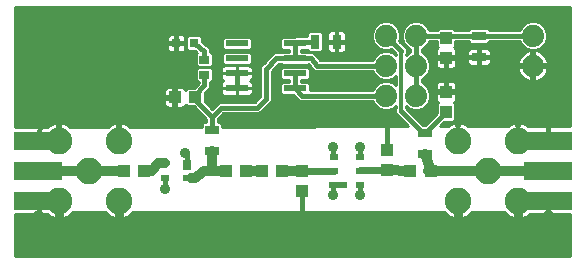
<source format=gtl>
G75*
%MOIN*%
%OFA0B0*%
%FSLAX24Y24*%
%IPPOS*%
%LPD*%
%AMOC8*
5,1,8,0,0,1.08239X$1,22.5*
%
%ADD10R,0.0780X0.0220*%
%ADD11R,0.1600X0.0600*%
%ADD12R,0.0433X0.0394*%
%ADD13R,0.0472X0.0315*%
%ADD14R,0.0394X0.0433*%
%ADD15R,0.0315X0.0472*%
%ADD16R,0.0315X0.0354*%
%ADD17R,0.0315X0.0236*%
%ADD18C,0.0740*%
%ADD19C,0.0886*%
%ADD20R,0.0354X0.0276*%
%ADD21R,0.0315X0.0315*%
%ADD22R,0.0591X0.0236*%
%ADD23R,0.0295X0.0236*%
%ADD24C,0.0320*%
%ADD25C,0.0160*%
%ADD26C,0.0100*%
%ADD27C,0.0356*%
%ADD28C,0.0120*%
%ADD29C,0.0240*%
D10*
X007710Y005930D03*
X007710Y006430D03*
X007710Y006930D03*
X007710Y007430D03*
X009650Y007430D03*
X009650Y006930D03*
X009650Y006430D03*
X009650Y005930D03*
D11*
X018080Y004180D03*
X018080Y003180D03*
X018080Y002180D03*
X001080Y002180D03*
X001080Y003180D03*
X001080Y004180D03*
D12*
X003945Y003180D03*
X004615Y003180D03*
X007345Y003180D03*
X008015Y003180D03*
X008545Y003180D03*
X009215Y003180D03*
X013495Y003180D03*
X014165Y003180D03*
X006315Y005630D03*
X005645Y005630D03*
D13*
X006880Y004534D03*
X006880Y003826D03*
X013980Y003726D03*
X013980Y004434D03*
X015780Y006976D03*
X015780Y007684D03*
D14*
X014680Y007615D03*
X014680Y006945D03*
X014680Y005815D03*
X014680Y005145D03*
X012730Y003865D03*
X012730Y003195D03*
X009880Y003165D03*
X009880Y002495D03*
D15*
X010326Y007480D03*
X011034Y007480D03*
D16*
X006034Y003377D03*
D17*
X005326Y003436D03*
X005326Y002924D03*
X006034Y002924D03*
D18*
X012680Y005680D03*
X013680Y005680D03*
X013680Y006680D03*
X012680Y006680D03*
X012680Y007680D03*
X013680Y007680D03*
X017580Y007680D03*
X017580Y006680D03*
D19*
X017080Y004180D03*
X016080Y003180D03*
X015080Y002180D03*
X017080Y002180D03*
X015080Y004180D03*
X003780Y004180D03*
X001780Y004180D03*
X002780Y003180D03*
X001780Y002180D03*
X003780Y002180D03*
D20*
X006630Y006374D03*
X006630Y006886D03*
D21*
X006275Y007430D03*
X005685Y007430D03*
D22*
X011085Y002708D03*
D23*
X011823Y002708D03*
X011823Y003180D03*
X010937Y003180D03*
X010937Y003652D03*
X011823Y003652D03*
D24*
X012730Y003195D02*
X013495Y003180D01*
X014080Y003180D02*
X016080Y003180D01*
X018080Y003180D01*
X014165Y003180D02*
X013980Y003726D01*
X009880Y003180D02*
X009215Y003180D01*
X008545Y003180D02*
X008015Y003180D01*
X007345Y003180D02*
X006880Y003180D01*
X006880Y003826D01*
X006880Y003180D02*
X006630Y003180D01*
X006330Y002930D01*
X006184Y002930D01*
X005326Y003436D02*
X005080Y003436D01*
X004880Y003180D01*
X004615Y003180D01*
X003945Y003180D02*
X002780Y003180D01*
X001080Y003180D01*
D25*
X000360Y001700D02*
X000360Y000360D01*
X018770Y000360D01*
X018770Y001700D01*
X018150Y001700D01*
X018150Y001780D01*
X018010Y001780D01*
X018010Y001700D01*
X017479Y001700D01*
X017406Y001647D01*
X017319Y001603D01*
X017226Y001572D01*
X017148Y001560D01*
X017148Y001758D01*
X017136Y001769D01*
X017130Y001780D01*
X017012Y001780D01*
X017012Y001560D01*
X016934Y001572D01*
X016841Y001603D01*
X016754Y001647D01*
X016674Y001705D01*
X016605Y001774D01*
X016601Y001780D01*
X015559Y001780D01*
X015555Y001774D01*
X015486Y001705D01*
X015406Y001647D01*
X015319Y001603D01*
X015226Y001572D01*
X015148Y001560D01*
X015148Y001780D01*
X015012Y001780D01*
X015012Y001560D01*
X014934Y001572D01*
X014841Y001603D01*
X014754Y001647D01*
X014674Y001705D01*
X014605Y001774D01*
X014601Y001780D01*
X004259Y001780D01*
X004255Y001774D01*
X004186Y001705D01*
X004106Y001647D01*
X004019Y001603D01*
X003926Y001572D01*
X003848Y001560D01*
X003848Y001780D01*
X003712Y001780D01*
X003712Y001560D01*
X003634Y001572D01*
X003541Y001603D01*
X003454Y001647D01*
X003374Y001705D01*
X003305Y001774D01*
X003301Y001780D01*
X002259Y001780D01*
X002255Y001774D01*
X002186Y001705D01*
X002106Y001647D01*
X002019Y001603D01*
X001926Y001572D01*
X001848Y001560D01*
X001848Y001700D01*
X001712Y001700D01*
X001712Y001560D01*
X001634Y001572D01*
X001541Y001603D01*
X001454Y001647D01*
X001381Y001700D01*
X001150Y001700D01*
X001150Y001780D01*
X001010Y001780D01*
X001010Y001700D01*
X000360Y001700D01*
X000360Y001607D02*
X001533Y001607D01*
X001712Y001607D02*
X001848Y001607D01*
X002027Y001607D02*
X003533Y001607D01*
X003712Y001607D02*
X003848Y001607D01*
X004027Y001607D02*
X014833Y001607D01*
X015012Y001607D02*
X015148Y001607D01*
X015327Y001607D02*
X016833Y001607D01*
X017012Y001607D02*
X017148Y001607D01*
X017327Y001607D02*
X018770Y001607D01*
X018770Y001448D02*
X000360Y001448D01*
X000360Y001290D02*
X018770Y001290D01*
X018770Y001131D02*
X000360Y001131D01*
X000360Y000973D02*
X018770Y000973D01*
X018770Y000814D02*
X000360Y000814D01*
X000360Y000656D02*
X018770Y000656D01*
X018770Y000497D02*
X000360Y000497D01*
X001180Y001030D02*
X001080Y002180D01*
X001010Y001765D02*
X001150Y001765D01*
X002246Y001765D02*
X003314Y001765D01*
X003712Y001765D02*
X003848Y001765D01*
X004246Y001765D02*
X014614Y001765D01*
X015012Y001765D02*
X015148Y001765D01*
X015546Y001765D02*
X016614Y001765D01*
X017012Y001765D02*
X017140Y001765D01*
X018010Y001765D02*
X018150Y001765D01*
X018080Y002180D02*
X018080Y001080D01*
X014165Y003180D02*
X014080Y003180D01*
X012730Y003865D02*
X012730Y004880D01*
X013180Y005180D02*
X013926Y004434D01*
X013980Y004434D01*
X013980Y004445D01*
X014680Y005145D01*
X013680Y005680D02*
X013680Y006680D01*
X013680Y007680D01*
X014680Y007680D01*
X014680Y007615D01*
X014680Y007680D02*
X015780Y007684D01*
X014680Y007680D02*
X017580Y007680D01*
X017580Y006680D02*
X018080Y006695D01*
X018080Y004180D01*
X012680Y005680D02*
X009880Y005680D01*
X009650Y005930D01*
X009650Y006430D01*
X010180Y006930D02*
X010380Y006680D01*
X012680Y006680D01*
X013180Y007180D02*
X012680Y007680D01*
X010326Y007480D02*
X009730Y007480D01*
X009730Y007430D01*
X009650Y007430D01*
X009650Y006930D01*
X009030Y006930D01*
X008680Y006580D01*
X008680Y005580D01*
X008380Y005280D01*
X007180Y005280D01*
X006880Y004980D01*
X006315Y005545D01*
X006315Y005630D01*
X006315Y005715D01*
X006630Y006030D01*
X006630Y006374D01*
X006630Y006886D02*
X006630Y007175D01*
X006275Y007430D01*
X007710Y006430D02*
X007710Y005930D01*
X006880Y004980D02*
X006880Y004534D01*
X006034Y003780D02*
X006034Y003377D01*
X006034Y003780D02*
X005980Y003780D01*
X006034Y002924D02*
X006184Y002930D01*
X005326Y002930D02*
X005330Y002580D01*
X005326Y002924D02*
X005326Y002930D01*
X001080Y004180D02*
X001180Y004930D01*
X009650Y006930D02*
X010180Y006930D01*
X010930Y003980D02*
X010930Y003652D01*
X010937Y003652D01*
X011823Y003652D02*
X011830Y003652D01*
X011830Y003980D01*
X011823Y003195D02*
X011823Y003180D01*
X011823Y002708D02*
X011830Y002708D01*
X011830Y002380D01*
X011085Y002708D02*
X010930Y002708D01*
X010930Y002380D01*
X009880Y002495D02*
X009880Y001480D01*
X009880Y003165D02*
X009880Y003180D01*
D26*
X007226Y004649D02*
X007226Y004737D01*
X007162Y004802D01*
X007070Y004802D01*
X007070Y004901D01*
X007259Y005090D01*
X008459Y005090D01*
X008870Y005501D01*
X008870Y006501D01*
X009109Y006740D01*
X009184Y006740D01*
X009214Y006710D01*
X010086Y006710D01*
X010101Y006725D01*
X010190Y006613D01*
X010190Y006601D01*
X010238Y006553D01*
X010281Y006500D01*
X010293Y006499D01*
X010301Y006490D01*
X010369Y006490D01*
X010437Y006482D01*
X010447Y006490D01*
X012239Y006490D01*
X012273Y006408D01*
X012408Y006273D01*
X012585Y006200D01*
X012775Y006200D01*
X012952Y006273D01*
X013010Y006331D01*
X013010Y006029D01*
X012952Y006087D01*
X012775Y006160D01*
X012585Y006160D01*
X012408Y006087D01*
X012273Y005952D01*
X012239Y005870D01*
X010150Y005870D01*
X010150Y006086D01*
X010086Y006150D01*
X009840Y006150D01*
X009840Y006210D01*
X010086Y006210D01*
X010150Y006274D01*
X010150Y006586D01*
X010086Y006650D01*
X009214Y006650D01*
X009150Y006586D01*
X009150Y006274D01*
X009214Y006210D01*
X009460Y006210D01*
X009460Y006150D01*
X009214Y006150D01*
X009150Y006086D01*
X009150Y005774D01*
X009214Y005710D01*
X009594Y005710D01*
X009690Y005606D01*
X009690Y005601D01*
X009743Y005548D01*
X009793Y005493D01*
X009798Y005493D01*
X009801Y005490D01*
X009876Y005490D01*
X009951Y005487D01*
X009954Y005490D01*
X012239Y005490D01*
X012273Y005408D01*
X012408Y005273D01*
X012585Y005200D01*
X012775Y005200D01*
X012952Y005273D01*
X013010Y005331D01*
X013010Y005279D01*
X012990Y005259D01*
X012990Y005101D01*
X013426Y004665D01*
X007226Y004649D01*
X007226Y004711D02*
X013380Y004711D01*
X013282Y004810D02*
X007070Y004810D01*
X007077Y004908D02*
X013183Y004908D01*
X013085Y005007D02*
X007175Y005007D01*
X006880Y005249D02*
X006641Y005488D01*
X006641Y005772D01*
X006709Y005840D01*
X006820Y005951D01*
X006820Y006126D01*
X006853Y006126D01*
X006917Y006191D01*
X006917Y006557D01*
X006853Y006622D01*
X006407Y006622D01*
X006343Y006557D01*
X006343Y006191D01*
X006407Y006126D01*
X006440Y006126D01*
X006440Y006109D01*
X006268Y005937D01*
X006053Y005937D01*
X006001Y005886D01*
X005982Y005919D01*
X005954Y005947D01*
X005920Y005967D01*
X005882Y005977D01*
X005694Y005977D01*
X005694Y005678D01*
X005597Y005678D01*
X005597Y005582D01*
X005279Y005582D01*
X005279Y005413D01*
X005289Y005375D01*
X005309Y005341D01*
X005337Y005313D01*
X005371Y005293D01*
X005409Y005283D01*
X005597Y005283D01*
X005597Y005582D01*
X005694Y005582D01*
X005694Y005283D01*
X005882Y005283D01*
X005920Y005293D01*
X005954Y005313D01*
X005982Y005341D01*
X006001Y005374D01*
X006053Y005323D01*
X006268Y005323D01*
X006690Y004901D01*
X006690Y004802D01*
X006598Y004802D01*
X006534Y004737D01*
X006534Y004647D01*
X004155Y004641D01*
X004091Y004687D01*
X004008Y004729D01*
X003919Y004758D01*
X003830Y004772D01*
X003830Y004640D01*
X003730Y004639D01*
X003730Y004772D01*
X003641Y004758D01*
X003552Y004729D01*
X003469Y004687D01*
X003402Y004639D01*
X002162Y004635D01*
X002091Y004687D01*
X002008Y004729D01*
X001919Y004758D01*
X001830Y004772D01*
X001830Y004634D01*
X001730Y004634D01*
X001730Y004772D01*
X001641Y004758D01*
X001552Y004729D01*
X001469Y004687D01*
X001395Y004633D01*
X000330Y004630D01*
X000330Y008626D01*
X018800Y008626D01*
X018800Y004680D01*
X017406Y004676D01*
X017391Y004687D01*
X017308Y004729D01*
X017219Y004758D01*
X017130Y004772D01*
X017130Y004675D01*
X017030Y004675D01*
X017030Y004772D01*
X016941Y004758D01*
X016852Y004729D01*
X016769Y004687D01*
X016751Y004674D01*
X015413Y004671D01*
X015391Y004687D01*
X015308Y004729D01*
X015219Y004758D01*
X015130Y004772D01*
X015130Y004670D01*
X015030Y004670D01*
X015030Y004772D01*
X014941Y004758D01*
X014852Y004729D01*
X014769Y004687D01*
X014744Y004669D01*
X014471Y004668D01*
X014622Y004819D01*
X014922Y004819D01*
X014987Y004883D01*
X014987Y005407D01*
X014936Y005459D01*
X014969Y005478D01*
X014997Y005506D01*
X015017Y005540D01*
X015027Y005578D01*
X015027Y005766D01*
X014728Y005766D01*
X014728Y005863D01*
X014632Y005863D01*
X014632Y006181D01*
X014463Y006181D01*
X014425Y006171D01*
X014391Y006151D01*
X014363Y006123D01*
X014343Y006089D01*
X014333Y006051D01*
X014333Y005863D01*
X014632Y005863D01*
X014632Y005766D01*
X014333Y005766D01*
X014333Y005578D01*
X014343Y005540D01*
X014363Y005506D01*
X014391Y005478D01*
X014424Y005459D01*
X014373Y005407D01*
X014373Y005107D01*
X013968Y004702D01*
X013927Y004702D01*
X013350Y005279D01*
X013350Y005331D01*
X013408Y005273D01*
X013585Y005200D01*
X013775Y005200D01*
X013952Y005273D01*
X014087Y005408D01*
X014160Y005585D01*
X014160Y005775D01*
X014087Y005952D01*
X013952Y006087D01*
X013870Y006121D01*
X013870Y006239D01*
X013952Y006273D01*
X014087Y006408D01*
X014160Y006585D01*
X014160Y006775D01*
X014087Y006952D01*
X013952Y007087D01*
X013870Y007121D01*
X013870Y007239D01*
X013952Y007273D01*
X014087Y007408D01*
X014121Y007490D01*
X014373Y007490D01*
X014373Y007353D01*
X014424Y007301D01*
X014391Y007282D01*
X014363Y007254D01*
X014343Y007220D01*
X014333Y007182D01*
X014333Y006994D01*
X014632Y006994D01*
X014632Y006897D01*
X014728Y006897D01*
X014728Y006579D01*
X014897Y006579D01*
X014935Y006589D01*
X014969Y006609D01*
X014997Y006637D01*
X015017Y006671D01*
X015027Y006709D01*
X015027Y006897D01*
X014728Y006897D01*
X014728Y006994D01*
X015027Y006994D01*
X015027Y007182D01*
X015017Y007220D01*
X014997Y007254D01*
X014969Y007282D01*
X014936Y007301D01*
X014987Y007353D01*
X014987Y007490D01*
X015434Y007490D01*
X015434Y007481D01*
X015498Y007417D01*
X016062Y007417D01*
X016126Y007481D01*
X016126Y007490D01*
X017139Y007490D01*
X017173Y007408D01*
X017308Y007273D01*
X017485Y007200D01*
X017675Y007200D01*
X017852Y007273D01*
X017987Y007408D01*
X018060Y007585D01*
X018060Y007775D01*
X017987Y007952D01*
X017852Y008087D01*
X017675Y008160D01*
X017485Y008160D01*
X017308Y008087D01*
X017173Y007952D01*
X017139Y007870D01*
X016126Y007870D01*
X016126Y007887D01*
X016062Y007952D01*
X015498Y007952D01*
X015434Y007887D01*
X015434Y007873D01*
X014987Y007871D01*
X014987Y007877D01*
X014922Y007941D01*
X014438Y007941D01*
X014373Y007877D01*
X014373Y007870D01*
X014121Y007870D01*
X014087Y007952D01*
X013952Y008087D01*
X013775Y008160D01*
X013585Y008160D01*
X013408Y008087D01*
X013273Y007952D01*
X013200Y007775D01*
X013200Y007585D01*
X013273Y007408D01*
X013408Y007273D01*
X013490Y007239D01*
X013490Y007121D01*
X013408Y007087D01*
X013350Y007029D01*
X013350Y007081D01*
X013370Y007101D01*
X013370Y007259D01*
X013126Y007503D01*
X013160Y007585D01*
X013160Y007775D01*
X013087Y007952D01*
X012952Y008087D01*
X012775Y008160D01*
X012585Y008160D01*
X012408Y008087D01*
X012273Y007952D01*
X012200Y007775D01*
X012200Y007585D01*
X012273Y007408D01*
X012408Y007273D01*
X012585Y007200D01*
X012775Y007200D01*
X012857Y007234D01*
X013010Y007081D01*
X013010Y007029D01*
X012952Y007087D01*
X012775Y007160D01*
X012585Y007160D01*
X012408Y007087D01*
X012273Y006952D01*
X012239Y006870D01*
X010471Y006870D01*
X010370Y006997D01*
X010370Y007009D01*
X010322Y007057D01*
X010279Y007110D01*
X010267Y007111D01*
X010259Y007120D01*
X010191Y007120D01*
X010123Y007128D01*
X010115Y007121D01*
X010086Y007150D01*
X009840Y007150D01*
X009840Y007210D01*
X010058Y007210D01*
X010058Y007198D01*
X010123Y007134D01*
X010529Y007134D01*
X010593Y007198D01*
X010593Y007762D01*
X010529Y007826D01*
X010123Y007826D01*
X010058Y007762D01*
X010058Y007670D01*
X009651Y007670D01*
X009631Y007650D01*
X009214Y007650D01*
X009150Y007586D01*
X009150Y007274D01*
X009214Y007210D01*
X009460Y007210D01*
X009460Y007150D01*
X009214Y007150D01*
X009184Y007120D01*
X008951Y007120D01*
X008601Y006770D01*
X008490Y006659D01*
X008490Y005659D01*
X008301Y005470D01*
X007101Y005470D01*
X006880Y005249D01*
X006827Y005302D02*
X006933Y005302D01*
X007032Y005401D02*
X006728Y005401D01*
X006641Y005499D02*
X008330Y005499D01*
X008429Y005598D02*
X006641Y005598D01*
X006641Y005696D02*
X007235Y005696D01*
X007228Y005700D02*
X007262Y005680D01*
X007300Y005670D01*
X007705Y005670D01*
X007705Y005925D01*
X007170Y005925D01*
X007170Y005800D01*
X007180Y005762D01*
X007200Y005728D01*
X007228Y005700D01*
X007172Y005795D02*
X006663Y005795D01*
X006762Y005893D02*
X007170Y005893D01*
X007170Y005935D02*
X007705Y005935D01*
X007705Y006190D01*
X007705Y006425D01*
X007170Y006425D01*
X007170Y006300D01*
X007180Y006262D01*
X007200Y006228D01*
X007228Y006200D01*
X007262Y006180D01*
X007263Y006180D01*
X007262Y006180D01*
X007228Y006160D01*
X007200Y006132D01*
X007180Y006098D01*
X007170Y006060D01*
X007170Y005935D01*
X007170Y005992D02*
X006820Y005992D01*
X006820Y006090D02*
X007178Y006090D01*
X007248Y006189D02*
X006915Y006189D01*
X006917Y006287D02*
X007174Y006287D01*
X007170Y006386D02*
X006917Y006386D01*
X006917Y006484D02*
X007170Y006484D01*
X007170Y006435D02*
X007705Y006435D01*
X007705Y006690D01*
X007300Y006690D01*
X007262Y006680D01*
X007228Y006660D01*
X007200Y006632D01*
X007180Y006598D01*
X007170Y006560D01*
X007170Y006435D01*
X007176Y006583D02*
X006892Y006583D01*
X006853Y006638D02*
X006917Y006703D01*
X006917Y007069D01*
X006853Y007134D01*
X006829Y007134D01*
X006820Y007191D01*
X006820Y007254D01*
X006808Y007266D01*
X006805Y007284D01*
X006753Y007321D01*
X006709Y007365D01*
X006691Y007365D01*
X006543Y007472D01*
X006543Y007633D01*
X006478Y007697D01*
X006072Y007697D01*
X006008Y007633D01*
X006008Y007227D01*
X006072Y007163D01*
X006322Y007163D01*
X006388Y007115D01*
X006343Y007069D01*
X006343Y006703D01*
X006407Y006638D01*
X006853Y006638D01*
X006896Y006681D02*
X007267Y006681D01*
X007274Y006710D02*
X008146Y006710D01*
X008210Y006774D01*
X008210Y007086D01*
X008146Y007150D01*
X007274Y007150D01*
X007210Y007086D01*
X007210Y006774D01*
X007274Y006710D01*
X007210Y006780D02*
X006917Y006780D01*
X006917Y006878D02*
X007210Y006878D01*
X007210Y006977D02*
X006917Y006977D01*
X006911Y007075D02*
X007210Y007075D01*
X007274Y007210D02*
X008146Y007210D01*
X008210Y007274D01*
X008210Y007586D01*
X008146Y007650D01*
X007274Y007650D01*
X007210Y007586D01*
X007210Y007274D01*
X007274Y007210D01*
X007212Y007272D02*
X006807Y007272D01*
X006823Y007174D02*
X009460Y007174D01*
X009152Y007272D02*
X008208Y007272D01*
X008210Y007371D02*
X009150Y007371D01*
X009150Y007469D02*
X008210Y007469D01*
X008210Y007568D02*
X009150Y007568D01*
X009647Y007666D02*
X006510Y007666D01*
X006543Y007568D02*
X007210Y007568D01*
X007210Y007469D02*
X006547Y007469D01*
X006684Y007371D02*
X007210Y007371D01*
X006349Y007075D02*
X000330Y007075D01*
X000330Y006977D02*
X006343Y006977D01*
X006343Y006878D02*
X000330Y006878D01*
X000330Y006780D02*
X006343Y006780D01*
X006364Y006681D02*
X000330Y006681D01*
X000330Y006583D02*
X006368Y006583D01*
X006343Y006484D02*
X000330Y006484D01*
X000330Y006386D02*
X006343Y006386D01*
X006343Y006287D02*
X000330Y006287D01*
X000330Y006189D02*
X006345Y006189D01*
X006421Y006090D02*
X000330Y006090D01*
X000330Y005992D02*
X006323Y005992D01*
X006009Y005893D02*
X005997Y005893D01*
X005694Y005893D02*
X005597Y005893D01*
X005597Y005977D02*
X005409Y005977D01*
X005371Y005967D01*
X005337Y005947D01*
X005309Y005919D01*
X005289Y005885D01*
X005279Y005847D01*
X005279Y005678D01*
X005597Y005678D01*
X005597Y005977D01*
X005597Y005795D02*
X005694Y005795D01*
X005694Y005696D02*
X005597Y005696D01*
X005597Y005598D02*
X000330Y005598D01*
X000330Y005696D02*
X005279Y005696D01*
X005279Y005795D02*
X000330Y005795D01*
X000330Y005893D02*
X005294Y005893D01*
X005279Y005499D02*
X000330Y005499D01*
X000330Y005401D02*
X005282Y005401D01*
X005356Y005302D02*
X000330Y005302D01*
X000330Y005204D02*
X006388Y005204D01*
X006289Y005302D02*
X005935Y005302D01*
X005694Y005302D02*
X005597Y005302D01*
X005597Y005401D02*
X005694Y005401D01*
X005694Y005499D02*
X005597Y005499D01*
X006486Y005105D02*
X000330Y005105D01*
X000330Y005007D02*
X006585Y005007D01*
X006683Y004908D02*
X000330Y004908D01*
X000330Y004810D02*
X006690Y004810D01*
X006534Y004711D02*
X004044Y004711D01*
X003830Y004711D02*
X003730Y004711D01*
X003516Y004711D02*
X002044Y004711D01*
X001830Y004711D02*
X001730Y004711D01*
X001516Y004711D02*
X000330Y004711D01*
X005407Y007180D02*
X005435Y007152D01*
X005469Y007133D01*
X005507Y007123D01*
X005656Y007123D01*
X005656Y007401D01*
X005713Y007401D01*
X005713Y007123D01*
X005862Y007123D01*
X005900Y007133D01*
X005934Y007152D01*
X005962Y007180D01*
X005982Y007215D01*
X005992Y007253D01*
X005992Y007401D01*
X005713Y007401D01*
X005713Y007459D01*
X005656Y007459D01*
X005656Y007737D01*
X005507Y007737D01*
X005469Y007727D01*
X005435Y007708D01*
X005407Y007680D01*
X005387Y007645D01*
X005377Y007607D01*
X005377Y007459D01*
X005656Y007459D01*
X005656Y007401D01*
X005377Y007401D01*
X005377Y007253D01*
X005387Y007215D01*
X005407Y007180D01*
X005414Y007174D02*
X000330Y007174D01*
X000330Y007272D02*
X005377Y007272D01*
X005377Y007371D02*
X000330Y007371D01*
X000330Y007469D02*
X005377Y007469D01*
X005377Y007568D02*
X000330Y007568D01*
X000330Y007666D02*
X005399Y007666D01*
X005656Y007666D02*
X005713Y007666D01*
X005713Y007737D02*
X005713Y007459D01*
X005992Y007459D01*
X005992Y007607D01*
X005982Y007645D01*
X005962Y007680D01*
X005934Y007708D01*
X005900Y007727D01*
X005862Y007737D01*
X005713Y007737D01*
X005713Y007568D02*
X005656Y007568D01*
X005656Y007469D02*
X005713Y007469D01*
X005713Y007371D02*
X005656Y007371D01*
X005656Y007272D02*
X005713Y007272D01*
X005713Y007174D02*
X005656Y007174D01*
X005955Y007174D02*
X006061Y007174D01*
X006008Y007272D02*
X005992Y007272D01*
X005992Y007371D02*
X006008Y007371D01*
X006008Y007469D02*
X005992Y007469D01*
X005992Y007568D02*
X006008Y007568D01*
X006041Y007666D02*
X005970Y007666D01*
X007705Y006681D02*
X007715Y006681D01*
X007715Y006690D02*
X007715Y006435D01*
X007705Y006435D01*
X007705Y006425D01*
X007715Y006425D01*
X007715Y006435D01*
X008250Y006435D01*
X008250Y006560D01*
X008240Y006598D01*
X008220Y006632D01*
X008192Y006660D01*
X008158Y006680D01*
X008120Y006690D01*
X007715Y006690D01*
X007705Y006583D02*
X007715Y006583D01*
X007705Y006484D02*
X007715Y006484D01*
X007715Y006425D02*
X008250Y006425D01*
X008250Y006300D01*
X008240Y006262D01*
X008220Y006228D01*
X008192Y006200D01*
X008158Y006180D01*
X008157Y006180D01*
X008158Y006180D01*
X008192Y006160D01*
X008220Y006132D01*
X008240Y006098D01*
X008250Y006060D01*
X008250Y005935D01*
X007715Y005935D01*
X007715Y005925D01*
X008250Y005925D01*
X008250Y005800D01*
X008240Y005762D01*
X008220Y005728D01*
X008192Y005700D01*
X008158Y005680D01*
X008120Y005670D01*
X007715Y005670D01*
X007715Y005925D01*
X007705Y005925D01*
X007705Y005935D01*
X007715Y005935D01*
X007715Y006425D01*
X007715Y006386D02*
X007705Y006386D01*
X007705Y006287D02*
X007715Y006287D01*
X007705Y006189D02*
X007715Y006189D01*
X007705Y006090D02*
X007715Y006090D01*
X007705Y005992D02*
X007715Y005992D01*
X007705Y005893D02*
X007715Y005893D01*
X007705Y005795D02*
X007715Y005795D01*
X007705Y005696D02*
X007715Y005696D01*
X008185Y005696D02*
X008490Y005696D01*
X008490Y005795D02*
X008248Y005795D01*
X008250Y005893D02*
X008490Y005893D01*
X008490Y005992D02*
X008250Y005992D01*
X008242Y006090D02*
X008490Y006090D01*
X008490Y006189D02*
X008172Y006189D01*
X008246Y006287D02*
X008490Y006287D01*
X008490Y006386D02*
X008250Y006386D01*
X008250Y006484D02*
X008490Y006484D01*
X008490Y006583D02*
X008244Y006583D01*
X008153Y006681D02*
X008512Y006681D01*
X008611Y006780D02*
X008210Y006780D01*
X008210Y006878D02*
X008709Y006878D01*
X008808Y006977D02*
X008210Y006977D01*
X008210Y007075D02*
X008906Y007075D01*
X009050Y006681D02*
X010136Y006681D01*
X010150Y006583D02*
X010209Y006583D01*
X010150Y006484D02*
X010423Y006484D01*
X010439Y006484D02*
X012242Y006484D01*
X012296Y006386D02*
X010150Y006386D01*
X010150Y006287D02*
X012394Y006287D01*
X012416Y006090D02*
X010146Y006090D01*
X010150Y005992D02*
X012313Y005992D01*
X012249Y005893D02*
X010150Y005893D01*
X009607Y005696D02*
X008870Y005696D01*
X008870Y005598D02*
X009694Y005598D01*
X009788Y005499D02*
X008868Y005499D01*
X008769Y005401D02*
X012281Y005401D01*
X012379Y005302D02*
X008671Y005302D01*
X008572Y005204D02*
X012576Y005204D01*
X012784Y005204D02*
X012990Y005204D01*
X012981Y005302D02*
X013010Y005302D01*
X013350Y005302D02*
X013379Y005302D01*
X013425Y005204D02*
X013576Y005204D01*
X013784Y005204D02*
X014373Y005204D01*
X014373Y005302D02*
X013981Y005302D01*
X014079Y005401D02*
X014373Y005401D01*
X014370Y005499D02*
X014125Y005499D01*
X014160Y005598D02*
X014333Y005598D01*
X014333Y005696D02*
X014160Y005696D01*
X014152Y005795D02*
X014632Y005795D01*
X014728Y005795D02*
X018800Y005795D01*
X018800Y005893D02*
X015027Y005893D01*
X015027Y005863D02*
X015027Y006051D01*
X015017Y006089D01*
X014997Y006123D01*
X014969Y006151D01*
X014935Y006171D01*
X014897Y006181D01*
X014728Y006181D01*
X014728Y005863D01*
X015027Y005863D01*
X015027Y005992D02*
X018800Y005992D01*
X018800Y006090D02*
X015016Y006090D01*
X014728Y006090D02*
X014632Y006090D01*
X014632Y005992D02*
X014728Y005992D01*
X014728Y005893D02*
X014632Y005893D01*
X014333Y005893D02*
X014111Y005893D01*
X014047Y005992D02*
X014333Y005992D01*
X014344Y006090D02*
X013944Y006090D01*
X013870Y006189D02*
X017410Y006189D01*
X017380Y006198D02*
X017458Y006173D01*
X017530Y006161D01*
X017530Y006630D01*
X017630Y006630D01*
X017630Y006730D01*
X018099Y006730D01*
X018087Y006802D01*
X018062Y006880D01*
X018025Y006953D01*
X017977Y007019D01*
X017919Y007077D01*
X017853Y007125D01*
X017780Y007162D01*
X017702Y007187D01*
X017630Y007199D01*
X017630Y006730D01*
X017530Y006730D01*
X017530Y007199D01*
X017458Y007187D01*
X017380Y007162D01*
X017307Y007125D01*
X017241Y007077D01*
X017183Y007019D01*
X017135Y006953D01*
X017098Y006880D01*
X017073Y006802D01*
X017061Y006730D01*
X017530Y006730D01*
X017530Y006630D01*
X017061Y006630D01*
X017073Y006558D01*
X017098Y006480D01*
X017135Y006407D01*
X017183Y006341D01*
X017241Y006283D01*
X017307Y006235D01*
X017380Y006198D01*
X017530Y006189D02*
X017630Y006189D01*
X017630Y006161D02*
X017702Y006173D01*
X017780Y006198D01*
X017853Y006235D01*
X017919Y006283D01*
X017977Y006341D01*
X018025Y006407D01*
X018062Y006480D01*
X018087Y006558D01*
X018099Y006630D01*
X017630Y006630D01*
X017630Y006161D01*
X017750Y006189D02*
X018800Y006189D01*
X018800Y006287D02*
X017922Y006287D01*
X018009Y006386D02*
X018800Y006386D01*
X018800Y006484D02*
X018063Y006484D01*
X018091Y006583D02*
X018800Y006583D01*
X018800Y006681D02*
X017630Y006681D01*
X017630Y006583D02*
X017530Y006583D01*
X017530Y006681D02*
X016079Y006681D01*
X016074Y006678D02*
X016108Y006698D01*
X016136Y006726D01*
X016156Y006760D01*
X016166Y006798D01*
X016166Y006947D01*
X015809Y006947D01*
X015809Y007004D01*
X016166Y007004D01*
X016166Y007153D01*
X016156Y007191D01*
X016136Y007225D01*
X016108Y007253D01*
X016074Y007273D01*
X016036Y007283D01*
X015809Y007283D01*
X015809Y007004D01*
X015751Y007004D01*
X015751Y006947D01*
X015394Y006947D01*
X015394Y006798D01*
X015404Y006760D01*
X015424Y006726D01*
X015452Y006698D01*
X015486Y006678D01*
X015524Y006668D01*
X015751Y006668D01*
X015751Y006947D01*
X015809Y006947D01*
X015809Y006668D01*
X016036Y006668D01*
X016074Y006678D01*
X016161Y006780D02*
X017069Y006780D01*
X017098Y006878D02*
X016166Y006878D01*
X016166Y007075D02*
X017240Y007075D01*
X017153Y006977D02*
X015809Y006977D01*
X015751Y006977D02*
X014728Y006977D01*
X014632Y006977D02*
X014062Y006977D01*
X014118Y006878D02*
X014333Y006878D01*
X014333Y006897D02*
X014333Y006709D01*
X014343Y006671D01*
X014363Y006637D01*
X014391Y006609D01*
X014425Y006589D01*
X014463Y006579D01*
X014632Y006579D01*
X014632Y006897D01*
X014333Y006897D01*
X014333Y006780D02*
X014158Y006780D01*
X014160Y006681D02*
X014341Y006681D01*
X014450Y006583D02*
X014159Y006583D01*
X014118Y006484D02*
X017097Y006484D01*
X017069Y006583D02*
X014910Y006583D01*
X015019Y006681D02*
X015481Y006681D01*
X015399Y006780D02*
X015027Y006780D01*
X015027Y006878D02*
X015394Y006878D01*
X015394Y007004D02*
X015751Y007004D01*
X015751Y007283D01*
X015524Y007283D01*
X015486Y007273D01*
X015452Y007253D01*
X015424Y007225D01*
X015404Y007191D01*
X015394Y007153D01*
X015394Y007004D01*
X015394Y007075D02*
X015027Y007075D01*
X015027Y007174D02*
X015399Y007174D01*
X015484Y007272D02*
X014979Y007272D01*
X014987Y007371D02*
X017211Y007371D01*
X017148Y007469D02*
X016114Y007469D01*
X016076Y007272D02*
X017311Y007272D01*
X017416Y007174D02*
X016161Y007174D01*
X015809Y007174D02*
X015751Y007174D01*
X015751Y007272D02*
X015809Y007272D01*
X015446Y007469D02*
X014987Y007469D01*
X014373Y007469D02*
X014112Y007469D01*
X014049Y007371D02*
X014373Y007371D01*
X014381Y007272D02*
X013949Y007272D01*
X013870Y007174D02*
X014333Y007174D01*
X014333Y007075D02*
X013964Y007075D01*
X013490Y007174D02*
X013370Y007174D01*
X013357Y007272D02*
X013411Y007272D01*
X013311Y007371D02*
X013258Y007371D01*
X013248Y007469D02*
X013160Y007469D01*
X013153Y007568D02*
X013207Y007568D01*
X013200Y007666D02*
X013160Y007666D01*
X013160Y007765D02*
X013200Y007765D01*
X013236Y007863D02*
X013124Y007863D01*
X013077Y007962D02*
X013283Y007962D01*
X013381Y008060D02*
X012979Y008060D01*
X012779Y008159D02*
X013581Y008159D01*
X013779Y008159D02*
X017481Y008159D01*
X017679Y008159D02*
X018800Y008159D01*
X018800Y008257D02*
X000330Y008257D01*
X000330Y008159D02*
X012581Y008159D01*
X012381Y008060D02*
X000330Y008060D01*
X000330Y007962D02*
X012283Y007962D01*
X012236Y007863D02*
X011224Y007863D01*
X011212Y007866D02*
X011063Y007866D01*
X011063Y007509D01*
X011006Y007509D01*
X011006Y007866D01*
X010857Y007866D01*
X010819Y007856D01*
X010785Y007836D01*
X010757Y007808D01*
X010737Y007774D01*
X010727Y007736D01*
X010727Y007509D01*
X011006Y007509D01*
X011006Y007451D01*
X011063Y007451D01*
X011063Y007094D01*
X011212Y007094D01*
X011250Y007104D01*
X011284Y007124D01*
X011312Y007152D01*
X011332Y007186D01*
X011342Y007224D01*
X011342Y007451D01*
X011063Y007451D01*
X011063Y007509D01*
X011342Y007509D01*
X011342Y007736D01*
X011332Y007774D01*
X011312Y007808D01*
X011284Y007836D01*
X011250Y007856D01*
X011212Y007866D01*
X011063Y007863D02*
X011006Y007863D01*
X011006Y007765D02*
X011063Y007765D01*
X011063Y007666D02*
X011006Y007666D01*
X011006Y007568D02*
X011063Y007568D01*
X011063Y007469D02*
X012248Y007469D01*
X012207Y007568D02*
X011342Y007568D01*
X011342Y007666D02*
X012200Y007666D01*
X012200Y007765D02*
X011334Y007765D01*
X011006Y007469D02*
X010593Y007469D01*
X010593Y007371D02*
X010727Y007371D01*
X010727Y007451D02*
X010727Y007224D01*
X010737Y007186D01*
X010757Y007152D01*
X010785Y007124D01*
X010819Y007104D01*
X010857Y007094D01*
X011006Y007094D01*
X011006Y007451D01*
X010727Y007451D01*
X010727Y007568D02*
X010593Y007568D01*
X010593Y007666D02*
X010727Y007666D01*
X010735Y007765D02*
X010590Y007765D01*
X010845Y007863D02*
X000330Y007863D01*
X000330Y007765D02*
X010061Y007765D01*
X010593Y007272D02*
X010727Y007272D01*
X010744Y007174D02*
X010568Y007174D01*
X010307Y007075D02*
X012396Y007075D01*
X012298Y006977D02*
X010386Y006977D01*
X010465Y006878D02*
X012242Y006878D01*
X012918Y007174D02*
X011324Y007174D01*
X011342Y007272D02*
X012411Y007272D01*
X012311Y007371D02*
X011342Y007371D01*
X011063Y007371D02*
X011006Y007371D01*
X011006Y007272D02*
X011063Y007272D01*
X011063Y007174D02*
X011006Y007174D01*
X010083Y007174D02*
X009840Y007174D01*
X009150Y006583D02*
X008951Y006583D01*
X008870Y006484D02*
X009150Y006484D01*
X009150Y006386D02*
X008870Y006386D01*
X008870Y006287D02*
X009150Y006287D01*
X008870Y006189D02*
X009460Y006189D01*
X009154Y006090D02*
X008870Y006090D01*
X008870Y005992D02*
X009150Y005992D01*
X009150Y005893D02*
X008870Y005893D01*
X008870Y005795D02*
X009150Y005795D01*
X009840Y006189D02*
X013010Y006189D01*
X013010Y006287D02*
X012966Y006287D01*
X012944Y006090D02*
X013010Y006090D01*
X013966Y006287D02*
X017238Y006287D01*
X017151Y006386D02*
X014064Y006386D01*
X014632Y006583D02*
X014728Y006583D01*
X014728Y006681D02*
X014632Y006681D01*
X014632Y006780D02*
X014728Y006780D01*
X014728Y006878D02*
X014632Y006878D01*
X015751Y006878D02*
X015809Y006878D01*
X015809Y006780D02*
X015751Y006780D01*
X015751Y006681D02*
X015809Y006681D01*
X015809Y007075D02*
X015751Y007075D01*
X017530Y007075D02*
X017630Y007075D01*
X017630Y006977D02*
X017530Y006977D01*
X017530Y006878D02*
X017630Y006878D01*
X017630Y006780D02*
X017530Y006780D01*
X018007Y006977D02*
X018800Y006977D01*
X018800Y007075D02*
X017920Y007075D01*
X017744Y007174D02*
X018800Y007174D01*
X018800Y007272D02*
X017849Y007272D01*
X017949Y007371D02*
X018800Y007371D01*
X018800Y007469D02*
X018012Y007469D01*
X018053Y007568D02*
X018800Y007568D01*
X018800Y007666D02*
X018060Y007666D01*
X018060Y007765D02*
X018800Y007765D01*
X018800Y007863D02*
X018024Y007863D01*
X017977Y007962D02*
X018800Y007962D01*
X018800Y008060D02*
X017879Y008060D01*
X017281Y008060D02*
X013979Y008060D01*
X014077Y007962D02*
X017183Y007962D01*
X017530Y007174D02*
X017630Y007174D01*
X018062Y006878D02*
X018800Y006878D01*
X018800Y006780D02*
X018091Y006780D01*
X017630Y006484D02*
X017530Y006484D01*
X017530Y006386D02*
X017630Y006386D01*
X017630Y006287D02*
X017530Y006287D01*
X018800Y005696D02*
X015027Y005696D01*
X015027Y005598D02*
X018800Y005598D01*
X018800Y005499D02*
X014990Y005499D01*
X014987Y005401D02*
X018800Y005401D01*
X018800Y005302D02*
X014987Y005302D01*
X014987Y005204D02*
X018800Y005204D01*
X018800Y005105D02*
X014987Y005105D01*
X014987Y005007D02*
X018800Y005007D01*
X018800Y004908D02*
X014987Y004908D01*
X015030Y004711D02*
X015130Y004711D01*
X014816Y004711D02*
X014514Y004711D01*
X014613Y004810D02*
X018800Y004810D01*
X018800Y004711D02*
X017344Y004711D01*
X017130Y004711D02*
X017030Y004711D01*
X016816Y004711D02*
X015344Y004711D01*
X014371Y005105D02*
X013524Y005105D01*
X013622Y005007D02*
X014272Y005007D01*
X014174Y004908D02*
X013721Y004908D01*
X013819Y004810D02*
X014075Y004810D01*
X013977Y004711D02*
X013918Y004711D01*
X012990Y005105D02*
X008474Y005105D01*
X012964Y007075D02*
X013010Y007075D01*
X013350Y007075D02*
X013396Y007075D01*
X018800Y008356D02*
X000330Y008356D01*
X000330Y008454D02*
X018800Y008454D01*
X018800Y008553D02*
X000330Y008553D01*
D27*
X005130Y007480D03*
X006930Y007530D03*
X008680Y007230D03*
X010430Y006180D03*
X012080Y006180D03*
X012080Y007180D03*
X011530Y007480D03*
X014680Y006380D03*
X015780Y006430D03*
X013980Y005030D03*
X012830Y004880D03*
X012180Y004880D03*
X011530Y004880D03*
X010880Y004880D03*
X010230Y004880D03*
X009530Y004880D03*
X008830Y004880D03*
X008130Y004880D03*
X007480Y004880D03*
X006280Y004880D03*
X005680Y004880D03*
X005080Y004880D03*
X004480Y004880D03*
X003880Y004880D03*
X003280Y004880D03*
X002680Y004880D03*
X002080Y004880D03*
X001480Y004880D03*
X000880Y004880D03*
X005080Y005680D03*
X006880Y005630D03*
X005980Y003780D03*
X005330Y002580D03*
X005080Y001480D03*
X004480Y001480D03*
X003880Y001480D03*
X003280Y001480D03*
X002680Y001480D03*
X002080Y001480D03*
X001480Y001480D03*
X000880Y001480D03*
X005680Y001480D03*
X006280Y001480D03*
X006880Y001480D03*
X007480Y001480D03*
X008080Y001480D03*
X008680Y001480D03*
X009280Y001480D03*
X009880Y001480D03*
X010480Y001480D03*
X011080Y001480D03*
X011680Y001480D03*
X012280Y001480D03*
X012880Y001480D03*
X013530Y001480D03*
X014130Y001480D03*
X014730Y001480D03*
X015380Y001480D03*
X015880Y001480D03*
X016480Y001480D03*
X017080Y001480D03*
X017680Y001480D03*
X018280Y001480D03*
X011830Y002380D03*
X010930Y002380D03*
X010930Y003980D03*
X011830Y003980D03*
X015280Y004880D03*
X015880Y004880D03*
X016480Y004880D03*
X017080Y004880D03*
X017680Y004880D03*
X018280Y004880D03*
D28*
X013180Y005180D02*
X013180Y007180D01*
D29*
X012730Y003195D02*
X011823Y003195D01*
X010937Y003180D02*
X009880Y003180D01*
M02*

</source>
